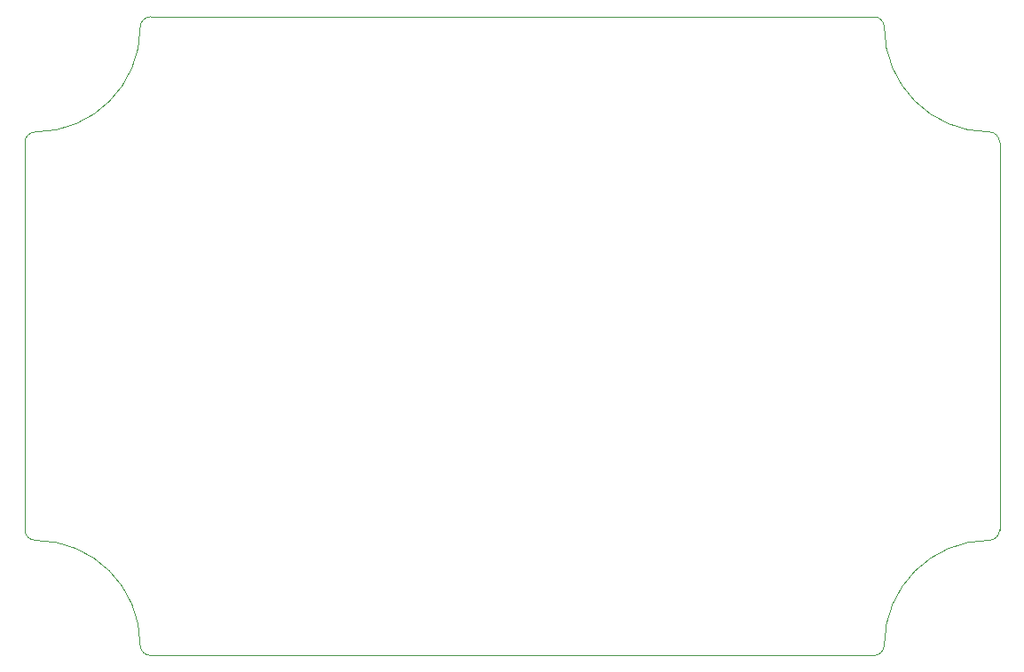
<source format=gbr>
G04 #@! TF.FileFunction,Profile,NP*
%FSLAX46Y46*%
G04 Gerber Fmt 4.6, Leading zero omitted, Abs format (unit mm)*
G04 Created by KiCad (PCBNEW 4.0.6) date 06/19/17 18:14:00*
%MOMM*%
%LPD*%
G01*
G04 APERTURE LIST*
%ADD10C,0.100000*%
G04 APERTURE END LIST*
D10*
X68600000Y-82900000D02*
X68600000Y-119900000D01*
X69600000Y-81900000D02*
G75*
G03X68600000Y-82900000I0J-1000000D01*
G01*
X69600000Y-81900000D02*
G75*
G03X79600000Y-71900000I0J10000000D01*
G01*
X80600000Y-70900000D02*
G75*
G03X79600000Y-71900000I0J-1000000D01*
G01*
X149600000Y-70900000D02*
X80600000Y-70900000D01*
X150600000Y-71900000D02*
G75*
G03X149600000Y-70900000I-1000000J0D01*
G01*
X150600000Y-71900000D02*
G75*
G03X160600000Y-81900000I10000000J0D01*
G01*
X161600000Y-82900000D02*
G75*
G03X160600000Y-81900000I-1000000J0D01*
G01*
X161600000Y-119900000D02*
X161600000Y-82900000D01*
X160600000Y-120900000D02*
G75*
G03X161600000Y-119900000I0J1000000D01*
G01*
X160600000Y-120900000D02*
G75*
G03X150600000Y-130900000I0J-10000000D01*
G01*
X149600000Y-131900000D02*
G75*
G03X150600000Y-130900000I0J1000000D01*
G01*
X80600000Y-131900000D02*
X149600000Y-131900000D01*
X68600000Y-119900000D02*
G75*
G03X69600000Y-120900000I1000000J0D01*
G01*
X79600000Y-130900000D02*
G75*
G03X69600000Y-120900000I-10000000J0D01*
G01*
X79600000Y-130900000D02*
G75*
G03X80600000Y-131900000I1000000J0D01*
G01*
M02*

</source>
